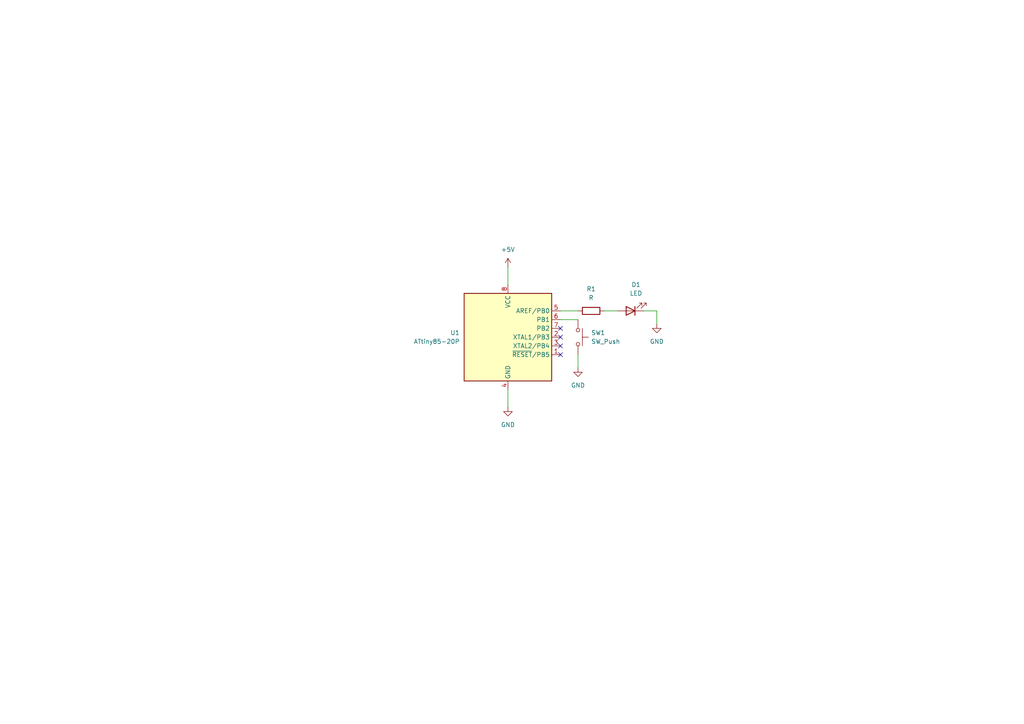
<source format=kicad_sch>
(kicad_sch (version 20211123) (generator eeschema)
  (paper "A4")
  (lib_symbols
    (symbol "Device:LED" (pin_numbers hide) (pin_names (offset 1.016) hide)
      (property "Reference" "D" (at 0 2.54 0))
      (property "Value" "LED" (at 0 -2.54 0))
      (symbol "LED_0_1"
        (polyline (pts (xy -1.27 -1.27) (xy -1.27 1.27)) (stroke (width 0.254)))
        (polyline (pts (xy -1.27 0) (xy 1.27 0)))
        (polyline (pts (xy 1.27 -1.27) (xy 1.27 1.27) (xy -1.27 0) (xy 1.27 -1.27)) (stroke (width 0.254)))
        (polyline (pts (xy -3.048 -0.762) (xy -4.572 -2.286) (xy -3.81 -2.286) (xy -4.572 -2.286) (xy -4.572 -1.524)))
        (polyline (pts (xy -1.778 -0.762) (xy -3.302 -2.286) (xy -2.54 -2.286) (xy -3.302 -2.286) (xy -3.302 -1.524)))
      )
      (symbol "LED_1_1"
        (pin passive line (at -3.81 0 0) (length 2.54) (name "K") (number "1"))
        (pin passive line (at 3.81 0 180) (length 2.54) (name "A") (number "2"))
      )
    )
    (symbol "Device:R" (pin_numbers hide) (pin_names (offset 0))
      (property "Reference" "R" (at 2.032 0 90))
      (property "Value" "R" (at 0 0 90))
      (symbol "R_0_1"
        (rectangle (start -1.016 -2.54) (end 1.016 2.54) (stroke (width 0.254)))
      )
      (symbol "R_1_1"
        (pin passive line (at 0 3.81 270) (length 1.27) (name "~") (number "1"))
        (pin passive line (at 0 -3.81 90) (length 1.27) (name "~") (number "2"))
      )
    )
    (symbol "MCU_Microchip_ATtiny:ATtiny85-20P"
      (property "Reference" "U" (at -12.7 13.97 0))
      (property "Value" "ATtiny85-20P" (at 2.54 -13.97 0))
      (symbol "ATtiny85-20P_0_1"
        (rectangle (start -12.7 -12.7) (end 12.7 12.7) (stroke (width 0.254)) (fill (type background)))
      )
      (symbol "ATtiny85-20P_1_1"
        (pin bidirectional line (at 15.24 -5.08 180) (length 2.54) (name "~{RESET}/PB5") (number "1"))
        (pin bidirectional line (at 15.24 0 180) (length 2.54) (name "XTAL1/PB3") (number "2"))
        (pin bidirectional line (at 15.24 -2.54 180) (length 2.54) (name "XTAL2/PB4") (number "3"))
        (pin power_in line (at 0 -15.24 90) (length 2.54) (name "GND") (number "4"))
        (pin bidirectional line (at 15.24 7.62 180) (length 2.54) (name "AREF/PB0") (number "5"))
        (pin bidirectional line (at 15.24 5.08 180) (length 2.54) (name "PB1") (number "6"))
        (pin bidirectional line (at 15.24 2.54 180) (length 2.54) (name "PB2") (number "7"))
        (pin power_in line (at 0 15.24 270) (length 2.54) (name "VCC") (number "8"))
      )
    )
    (symbol "Switch:SW_Push" (pin_numbers hide) (pin_names (offset 1.016) hide)
      (property "Reference" "SW" (at 1.27 2.54 0))
      (property "Value" "SW_Push" (at 0 -1.524 0))
      (symbol "SW_Push_0_1"
        (circle (center -2.032 0) (radius 0.508))
        (polyline (pts (xy 0 1.27) (xy 0 3.048)))
        (polyline (pts (xy 2.54 1.27) (xy -2.54 1.27)))
        (circle (center 2.032 0) (radius 0.508))
        (pin passive line (at -5.08 0 0) (length 2.54) (name "1") (number "1"))
        (pin passive line (at 5.08 0 180) (length 2.54) (name "2") (number "2"))
      )
    )
    (symbol "power:+5V" (power) (pin_names (offset 0))
      (property "Value" "+5V" (at 0 3.556 0))
      (symbol "+5V_0_1"
        (polyline (pts (xy -0.762 1.27) (xy 0 2.54)))
        (polyline (pts (xy 0 0) (xy 0 2.54)))
        (polyline (pts (xy 0 2.54) (xy 0.762 1.27)))
      )
      (symbol "+5V_1_1"
        (pin power_in line (at 0 0 90) (length 0) hide (name "+5V") (number "1"))
      )
    )
    (symbol "power:GND" (power) (pin_names (offset 0))
      (property "Value" "GND" (at 0 -3.81 0))
      (symbol "GND_0_1"
        (polyline (pts (xy 0 0) (xy 0 -1.27) (xy 1.27 -1.27) (xy 0 -2.54) (xy -1.27 -1.27) (xy 0 -1.27)))
      )
      (symbol "GND_1_1"
        (pin power_in line (at 0 0 270) (length 0) hide (name "GND") (number "1"))
      )
    )
  )
  (no_connect (at 162.56 95.25))
  (no_connect (at 162.56 97.79))
  (no_connect (at 162.56 100.33))
  (no_connect (at 162.56 102.87))
  (wire (pts (xy 190.5 90.17) (xy 190.5 93.98)))
  (wire (pts (xy 186.69 90.17) (xy 190.5 90.17)))
  (wire (pts (xy 147.32 77.47) (xy 147.32 82.55)))
  (wire (pts (xy 162.56 90.17) (xy 167.64 90.17)))
  (wire (pts (xy 167.64 102.87) (xy 167.64 106.68)))
  (wire (pts (xy 147.32 113.03) (xy 147.32 118.11)))
  (wire (pts (xy 175.26 90.17) (xy 179.07 90.17)))
  (wire (pts (xy 162.56 92.71) (xy 167.64 92.71)))
  (symbol (lib_id "power:GND") (at 190.5 93.98 0) (unit 1)
    (property "Reference" "#PWR04" (effects hide))
    (property "Value" "GND" (at 190.5 99.06 0))
  )
  (symbol (lib_id "power:GND") (at 167.64 106.68 0) (unit 1)
    (property "Reference" "#PWR03" (effects hide))
    (property "Value" "GND" (at 167.64 111.76 0))
  )
  (symbol (lib_id "power:+5V") (at 147.32 77.47 0) (unit 1)
    (property "Reference" "#PWR01" (effects hide))
    (property "Value" "+5V" (at 147.32 72.39 0))
  )
  (symbol (lib_id "power:GND") (at 147.32 118.11 0) (unit 1)
    (property "Reference" "#PWR02" (effects hide))
    (property "Value" "GND" (at 147.32 123.19 0))
  )
  (symbol (lib_id "Switch:SW_Push") (at 167.64 97.79 270) (unit 1)
    (property "Reference" "SW1" (at 171.45 96.5199 90) (effects (justify left)))
    (property "Value" "SW_Push" (at 171.45 99.0599 90) (effects (justify left)))
  )
  (symbol (lib_id "Device:LED") (at 182.88 90.17 180) (unit 1)
    (property "Reference" "D1" (at 184.4675 82.55 0))
    (property "Value" "LED" (at 184.4675 85.09 0))
  )
  (symbol (lib_id "MCU_Microchip_ATtiny:ATtiny85-20P") (at 147.32 97.79 0) (unit 1)
    (property "Reference" "U1" (at 133.35 96.5199 0) (effects (justify right)))
    (property "Value" "ATtiny85-20P" (at 133.35 99.0599 0) (effects (justify right)))
    (property "Footprint" "Package_DIP:DIP-8_W7.62mm" (effects hide))
    (property "Datasheet" "http://ww1.microchip.com/downloads/en/DeviceDoc/atmel-2586-avr-8-bit-microcontroller-attiny25-attiny45-attiny85_datasheet.pdf" (effects hide))
  )
  (symbol (lib_id "Device:R") (at 171.45 90.17 90) (unit 1)
    (property "Reference" "R1" (at 171.45 83.82 90))
    (property "Value" "R" (at 171.45 86.36 90))
  )
)
</source>
